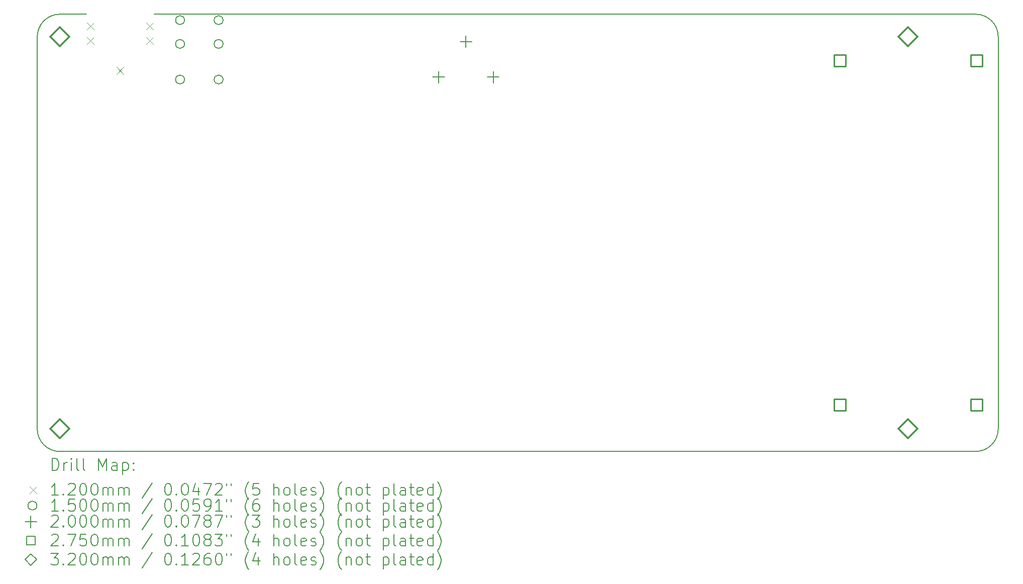
<source format=gbr>
%TF.GenerationSoftware,KiCad,Pcbnew,6.0.10-86aedd382b~118~ubuntu18.04.1*%
%TF.CreationDate,2025-05-01T16:39:26+01:00*%
%TF.ProjectId,tangnano20k_dock,74616e67-6e61-46e6-9f32-306b5f646f63,rev?*%
%TF.SameCoordinates,Original*%
%TF.FileFunction,Drillmap*%
%TF.FilePolarity,Positive*%
%FSLAX45Y45*%
G04 Gerber Fmt 4.5, Leading zero omitted, Abs format (unit mm)*
G04 Created by KiCad (PCBNEW 6.0.10-86aedd382b~118~ubuntu18.04.1) date 2025-05-01 16:39:26*
%MOMM*%
%LPD*%
G01*
G04 APERTURE LIST*
%ADD10C,0.150000*%
%ADD11C,0.200000*%
%ADD12C,0.120000*%
%ADD13C,0.275000*%
%ADD14C,0.320000*%
G04 APERTURE END LIST*
D10*
X7683500Y-4952500D02*
G75*
G03*
X7302500Y-5333500I0J-381000D01*
G01*
X9271000Y-4952500D02*
X23114000Y-4952500D01*
X23114000Y-12318500D02*
X7683500Y-12319000D01*
X23114000Y-12318500D02*
G75*
G03*
X23495000Y-11937500I0J381000D01*
G01*
X7302500Y-5333500D02*
X7302500Y-11937500D01*
X23495000Y-5333500D02*
G75*
G03*
X23114000Y-4952500I-381000J0D01*
G01*
X23495000Y-11937500D02*
X23495000Y-5333500D01*
X7683500Y-4952500D02*
X8128000Y-4952500D01*
X7302500Y-11937500D02*
G75*
G03*
X7683500Y-12319000I381500J0D01*
G01*
D11*
D12*
X8139500Y-5092500D02*
X8259500Y-5212500D01*
X8259500Y-5092500D02*
X8139500Y-5212500D01*
X8139500Y-5342500D02*
X8259500Y-5462500D01*
X8259500Y-5342500D02*
X8139500Y-5462500D01*
X8639500Y-5842500D02*
X8759500Y-5962500D01*
X8759500Y-5842500D02*
X8639500Y-5962500D01*
X9139500Y-5092500D02*
X9259500Y-5212500D01*
X9259500Y-5092500D02*
X9139500Y-5212500D01*
X9139500Y-5342500D02*
X9259500Y-5462500D01*
X9259500Y-5342500D02*
X9139500Y-5462500D01*
D10*
X9783000Y-5052500D02*
G75*
G03*
X9783000Y-5052500I-75000J0D01*
G01*
X9783000Y-5452500D02*
G75*
G03*
X9783000Y-5452500I-75000J0D01*
G01*
X9783000Y-6052500D02*
G75*
G03*
X9783000Y-6052500I-75000J0D01*
G01*
X10433000Y-5052500D02*
G75*
G03*
X10433000Y-5052500I-75000J0D01*
G01*
X10433000Y-5452500D02*
G75*
G03*
X10433000Y-5452500I-75000J0D01*
G01*
X10433000Y-6052500D02*
G75*
G03*
X10433000Y-6052500I-75000J0D01*
G01*
D11*
X14066000Y-5912500D02*
X14066000Y-6112500D01*
X13966000Y-6012500D02*
X14166000Y-6012500D01*
X14526000Y-5312500D02*
X14526000Y-5512500D01*
X14426000Y-5412500D02*
X14626000Y-5412500D01*
X14986000Y-5912500D02*
X14986000Y-6112500D01*
X14886000Y-6012500D02*
X15086000Y-6012500D01*
D13*
X20925228Y-5832728D02*
X20925228Y-5638272D01*
X20730772Y-5638272D01*
X20730772Y-5832728D01*
X20925228Y-5832728D01*
X20925228Y-11632728D02*
X20925228Y-11438272D01*
X20730772Y-11438272D01*
X20730772Y-11632728D01*
X20925228Y-11632728D01*
X23225228Y-5832728D02*
X23225228Y-5638272D01*
X23030772Y-5638272D01*
X23030772Y-5832728D01*
X23225228Y-5832728D01*
X23225228Y-11632728D02*
X23225228Y-11438272D01*
X23030772Y-11438272D01*
X23030772Y-11632728D01*
X23225228Y-11632728D01*
D14*
X7683500Y-5493500D02*
X7843500Y-5333500D01*
X7683500Y-5173500D01*
X7523500Y-5333500D01*
X7683500Y-5493500D01*
X7683500Y-12097500D02*
X7843500Y-11937500D01*
X7683500Y-11777500D01*
X7523500Y-11937500D01*
X7683500Y-12097500D01*
X21971000Y-5493500D02*
X22131000Y-5333500D01*
X21971000Y-5173500D01*
X21811000Y-5333500D01*
X21971000Y-5493500D01*
X21971000Y-12097500D02*
X22131000Y-11937500D01*
X21971000Y-11777500D01*
X21811000Y-11937500D01*
X21971000Y-12097500D01*
D11*
X7552619Y-12636976D02*
X7552619Y-12436976D01*
X7600238Y-12436976D01*
X7628809Y-12446500D01*
X7647857Y-12465548D01*
X7657381Y-12484595D01*
X7666905Y-12522690D01*
X7666905Y-12551262D01*
X7657381Y-12589357D01*
X7647857Y-12608405D01*
X7628809Y-12627452D01*
X7600238Y-12636976D01*
X7552619Y-12636976D01*
X7752619Y-12636976D02*
X7752619Y-12503643D01*
X7752619Y-12541738D02*
X7762143Y-12522690D01*
X7771667Y-12513167D01*
X7790714Y-12503643D01*
X7809762Y-12503643D01*
X7876428Y-12636976D02*
X7876428Y-12503643D01*
X7876428Y-12436976D02*
X7866905Y-12446500D01*
X7876428Y-12456024D01*
X7885952Y-12446500D01*
X7876428Y-12436976D01*
X7876428Y-12456024D01*
X8000238Y-12636976D02*
X7981190Y-12627452D01*
X7971667Y-12608405D01*
X7971667Y-12436976D01*
X8105000Y-12636976D02*
X8085952Y-12627452D01*
X8076428Y-12608405D01*
X8076428Y-12436976D01*
X8333571Y-12636976D02*
X8333571Y-12436976D01*
X8400238Y-12579833D01*
X8466905Y-12436976D01*
X8466905Y-12636976D01*
X8647857Y-12636976D02*
X8647857Y-12532214D01*
X8638333Y-12513167D01*
X8619286Y-12503643D01*
X8581190Y-12503643D01*
X8562143Y-12513167D01*
X8647857Y-12627452D02*
X8628810Y-12636976D01*
X8581190Y-12636976D01*
X8562143Y-12627452D01*
X8552619Y-12608405D01*
X8552619Y-12589357D01*
X8562143Y-12570309D01*
X8581190Y-12560786D01*
X8628810Y-12560786D01*
X8647857Y-12551262D01*
X8743095Y-12503643D02*
X8743095Y-12703643D01*
X8743095Y-12513167D02*
X8762143Y-12503643D01*
X8800238Y-12503643D01*
X8819286Y-12513167D01*
X8828810Y-12522690D01*
X8838333Y-12541738D01*
X8838333Y-12598881D01*
X8828810Y-12617928D01*
X8819286Y-12627452D01*
X8800238Y-12636976D01*
X8762143Y-12636976D01*
X8743095Y-12627452D01*
X8924048Y-12617928D02*
X8933571Y-12627452D01*
X8924048Y-12636976D01*
X8914524Y-12627452D01*
X8924048Y-12617928D01*
X8924048Y-12636976D01*
X8924048Y-12513167D02*
X8933571Y-12522690D01*
X8924048Y-12532214D01*
X8914524Y-12522690D01*
X8924048Y-12513167D01*
X8924048Y-12532214D01*
D12*
X7175000Y-12906500D02*
X7295000Y-13026500D01*
X7295000Y-12906500D02*
X7175000Y-13026500D01*
D11*
X7657381Y-13056976D02*
X7543095Y-13056976D01*
X7600238Y-13056976D02*
X7600238Y-12856976D01*
X7581190Y-12885548D01*
X7562143Y-12904595D01*
X7543095Y-12914119D01*
X7743095Y-13037928D02*
X7752619Y-13047452D01*
X7743095Y-13056976D01*
X7733571Y-13047452D01*
X7743095Y-13037928D01*
X7743095Y-13056976D01*
X7828809Y-12876024D02*
X7838333Y-12866500D01*
X7857381Y-12856976D01*
X7905000Y-12856976D01*
X7924048Y-12866500D01*
X7933571Y-12876024D01*
X7943095Y-12895071D01*
X7943095Y-12914119D01*
X7933571Y-12942690D01*
X7819286Y-13056976D01*
X7943095Y-13056976D01*
X8066905Y-12856976D02*
X8085952Y-12856976D01*
X8105000Y-12866500D01*
X8114524Y-12876024D01*
X8124048Y-12895071D01*
X8133571Y-12933167D01*
X8133571Y-12980786D01*
X8124048Y-13018881D01*
X8114524Y-13037928D01*
X8105000Y-13047452D01*
X8085952Y-13056976D01*
X8066905Y-13056976D01*
X8047857Y-13047452D01*
X8038333Y-13037928D01*
X8028809Y-13018881D01*
X8019286Y-12980786D01*
X8019286Y-12933167D01*
X8028809Y-12895071D01*
X8038333Y-12876024D01*
X8047857Y-12866500D01*
X8066905Y-12856976D01*
X8257381Y-12856976D02*
X8276428Y-12856976D01*
X8295476Y-12866500D01*
X8305000Y-12876024D01*
X8314524Y-12895071D01*
X8324048Y-12933167D01*
X8324048Y-12980786D01*
X8314524Y-13018881D01*
X8305000Y-13037928D01*
X8295476Y-13047452D01*
X8276428Y-13056976D01*
X8257381Y-13056976D01*
X8238333Y-13047452D01*
X8228809Y-13037928D01*
X8219286Y-13018881D01*
X8209762Y-12980786D01*
X8209762Y-12933167D01*
X8219286Y-12895071D01*
X8228809Y-12876024D01*
X8238333Y-12866500D01*
X8257381Y-12856976D01*
X8409762Y-13056976D02*
X8409762Y-12923643D01*
X8409762Y-12942690D02*
X8419286Y-12933167D01*
X8438333Y-12923643D01*
X8466905Y-12923643D01*
X8485952Y-12933167D01*
X8495476Y-12952214D01*
X8495476Y-13056976D01*
X8495476Y-12952214D02*
X8505000Y-12933167D01*
X8524048Y-12923643D01*
X8552619Y-12923643D01*
X8571667Y-12933167D01*
X8581190Y-12952214D01*
X8581190Y-13056976D01*
X8676429Y-13056976D02*
X8676429Y-12923643D01*
X8676429Y-12942690D02*
X8685952Y-12933167D01*
X8705000Y-12923643D01*
X8733571Y-12923643D01*
X8752619Y-12933167D01*
X8762143Y-12952214D01*
X8762143Y-13056976D01*
X8762143Y-12952214D02*
X8771667Y-12933167D01*
X8790714Y-12923643D01*
X8819286Y-12923643D01*
X8838333Y-12933167D01*
X8847857Y-12952214D01*
X8847857Y-13056976D01*
X9238333Y-12847452D02*
X9066905Y-13104595D01*
X9495476Y-12856976D02*
X9514524Y-12856976D01*
X9533571Y-12866500D01*
X9543095Y-12876024D01*
X9552619Y-12895071D01*
X9562143Y-12933167D01*
X9562143Y-12980786D01*
X9552619Y-13018881D01*
X9543095Y-13037928D01*
X9533571Y-13047452D01*
X9514524Y-13056976D01*
X9495476Y-13056976D01*
X9476429Y-13047452D01*
X9466905Y-13037928D01*
X9457381Y-13018881D01*
X9447857Y-12980786D01*
X9447857Y-12933167D01*
X9457381Y-12895071D01*
X9466905Y-12876024D01*
X9476429Y-12866500D01*
X9495476Y-12856976D01*
X9647857Y-13037928D02*
X9657381Y-13047452D01*
X9647857Y-13056976D01*
X9638333Y-13047452D01*
X9647857Y-13037928D01*
X9647857Y-13056976D01*
X9781190Y-12856976D02*
X9800238Y-12856976D01*
X9819286Y-12866500D01*
X9828810Y-12876024D01*
X9838333Y-12895071D01*
X9847857Y-12933167D01*
X9847857Y-12980786D01*
X9838333Y-13018881D01*
X9828810Y-13037928D01*
X9819286Y-13047452D01*
X9800238Y-13056976D01*
X9781190Y-13056976D01*
X9762143Y-13047452D01*
X9752619Y-13037928D01*
X9743095Y-13018881D01*
X9733571Y-12980786D01*
X9733571Y-12933167D01*
X9743095Y-12895071D01*
X9752619Y-12876024D01*
X9762143Y-12866500D01*
X9781190Y-12856976D01*
X10019286Y-12923643D02*
X10019286Y-13056976D01*
X9971667Y-12847452D02*
X9924048Y-12990309D01*
X10047857Y-12990309D01*
X10105000Y-12856976D02*
X10238333Y-12856976D01*
X10152619Y-13056976D01*
X10305000Y-12876024D02*
X10314524Y-12866500D01*
X10333571Y-12856976D01*
X10381190Y-12856976D01*
X10400238Y-12866500D01*
X10409762Y-12876024D01*
X10419286Y-12895071D01*
X10419286Y-12914119D01*
X10409762Y-12942690D01*
X10295476Y-13056976D01*
X10419286Y-13056976D01*
X10495476Y-12856976D02*
X10495476Y-12895071D01*
X10571667Y-12856976D02*
X10571667Y-12895071D01*
X10866905Y-13133167D02*
X10857381Y-13123643D01*
X10838333Y-13095071D01*
X10828810Y-13076024D01*
X10819286Y-13047452D01*
X10809762Y-12999833D01*
X10809762Y-12961738D01*
X10819286Y-12914119D01*
X10828810Y-12885548D01*
X10838333Y-12866500D01*
X10857381Y-12837928D01*
X10866905Y-12828405D01*
X11038333Y-12856976D02*
X10943095Y-12856976D01*
X10933571Y-12952214D01*
X10943095Y-12942690D01*
X10962143Y-12933167D01*
X11009762Y-12933167D01*
X11028810Y-12942690D01*
X11038333Y-12952214D01*
X11047857Y-12971262D01*
X11047857Y-13018881D01*
X11038333Y-13037928D01*
X11028810Y-13047452D01*
X11009762Y-13056976D01*
X10962143Y-13056976D01*
X10943095Y-13047452D01*
X10933571Y-13037928D01*
X11285952Y-13056976D02*
X11285952Y-12856976D01*
X11371667Y-13056976D02*
X11371667Y-12952214D01*
X11362143Y-12933167D01*
X11343095Y-12923643D01*
X11314524Y-12923643D01*
X11295476Y-12933167D01*
X11285952Y-12942690D01*
X11495476Y-13056976D02*
X11476428Y-13047452D01*
X11466905Y-13037928D01*
X11457381Y-13018881D01*
X11457381Y-12961738D01*
X11466905Y-12942690D01*
X11476428Y-12933167D01*
X11495476Y-12923643D01*
X11524048Y-12923643D01*
X11543095Y-12933167D01*
X11552619Y-12942690D01*
X11562143Y-12961738D01*
X11562143Y-13018881D01*
X11552619Y-13037928D01*
X11543095Y-13047452D01*
X11524048Y-13056976D01*
X11495476Y-13056976D01*
X11676428Y-13056976D02*
X11657381Y-13047452D01*
X11647857Y-13028405D01*
X11647857Y-12856976D01*
X11828809Y-13047452D02*
X11809762Y-13056976D01*
X11771667Y-13056976D01*
X11752619Y-13047452D01*
X11743095Y-13028405D01*
X11743095Y-12952214D01*
X11752619Y-12933167D01*
X11771667Y-12923643D01*
X11809762Y-12923643D01*
X11828809Y-12933167D01*
X11838333Y-12952214D01*
X11838333Y-12971262D01*
X11743095Y-12990309D01*
X11914524Y-13047452D02*
X11933571Y-13056976D01*
X11971667Y-13056976D01*
X11990714Y-13047452D01*
X12000238Y-13028405D01*
X12000238Y-13018881D01*
X11990714Y-12999833D01*
X11971667Y-12990309D01*
X11943095Y-12990309D01*
X11924048Y-12980786D01*
X11914524Y-12961738D01*
X11914524Y-12952214D01*
X11924048Y-12933167D01*
X11943095Y-12923643D01*
X11971667Y-12923643D01*
X11990714Y-12933167D01*
X12066905Y-13133167D02*
X12076428Y-13123643D01*
X12095476Y-13095071D01*
X12105000Y-13076024D01*
X12114524Y-13047452D01*
X12124048Y-12999833D01*
X12124048Y-12961738D01*
X12114524Y-12914119D01*
X12105000Y-12885548D01*
X12095476Y-12866500D01*
X12076428Y-12837928D01*
X12066905Y-12828405D01*
X12428809Y-13133167D02*
X12419286Y-13123643D01*
X12400238Y-13095071D01*
X12390714Y-13076024D01*
X12381190Y-13047452D01*
X12371667Y-12999833D01*
X12371667Y-12961738D01*
X12381190Y-12914119D01*
X12390714Y-12885548D01*
X12400238Y-12866500D01*
X12419286Y-12837928D01*
X12428809Y-12828405D01*
X12505000Y-12923643D02*
X12505000Y-13056976D01*
X12505000Y-12942690D02*
X12514524Y-12933167D01*
X12533571Y-12923643D01*
X12562143Y-12923643D01*
X12581190Y-12933167D01*
X12590714Y-12952214D01*
X12590714Y-13056976D01*
X12714524Y-13056976D02*
X12695476Y-13047452D01*
X12685952Y-13037928D01*
X12676428Y-13018881D01*
X12676428Y-12961738D01*
X12685952Y-12942690D01*
X12695476Y-12933167D01*
X12714524Y-12923643D01*
X12743095Y-12923643D01*
X12762143Y-12933167D01*
X12771667Y-12942690D01*
X12781190Y-12961738D01*
X12781190Y-13018881D01*
X12771667Y-13037928D01*
X12762143Y-13047452D01*
X12743095Y-13056976D01*
X12714524Y-13056976D01*
X12838333Y-12923643D02*
X12914524Y-12923643D01*
X12866905Y-12856976D02*
X12866905Y-13028405D01*
X12876428Y-13047452D01*
X12895476Y-13056976D01*
X12914524Y-13056976D01*
X13133571Y-12923643D02*
X13133571Y-13123643D01*
X13133571Y-12933167D02*
X13152619Y-12923643D01*
X13190714Y-12923643D01*
X13209762Y-12933167D01*
X13219286Y-12942690D01*
X13228809Y-12961738D01*
X13228809Y-13018881D01*
X13219286Y-13037928D01*
X13209762Y-13047452D01*
X13190714Y-13056976D01*
X13152619Y-13056976D01*
X13133571Y-13047452D01*
X13343095Y-13056976D02*
X13324048Y-13047452D01*
X13314524Y-13028405D01*
X13314524Y-12856976D01*
X13505000Y-13056976D02*
X13505000Y-12952214D01*
X13495476Y-12933167D01*
X13476428Y-12923643D01*
X13438333Y-12923643D01*
X13419286Y-12933167D01*
X13505000Y-13047452D02*
X13485952Y-13056976D01*
X13438333Y-13056976D01*
X13419286Y-13047452D01*
X13409762Y-13028405D01*
X13409762Y-13009357D01*
X13419286Y-12990309D01*
X13438333Y-12980786D01*
X13485952Y-12980786D01*
X13505000Y-12971262D01*
X13571667Y-12923643D02*
X13647857Y-12923643D01*
X13600238Y-12856976D02*
X13600238Y-13028405D01*
X13609762Y-13047452D01*
X13628809Y-13056976D01*
X13647857Y-13056976D01*
X13790714Y-13047452D02*
X13771667Y-13056976D01*
X13733571Y-13056976D01*
X13714524Y-13047452D01*
X13705000Y-13028405D01*
X13705000Y-12952214D01*
X13714524Y-12933167D01*
X13733571Y-12923643D01*
X13771667Y-12923643D01*
X13790714Y-12933167D01*
X13800238Y-12952214D01*
X13800238Y-12971262D01*
X13705000Y-12990309D01*
X13971667Y-13056976D02*
X13971667Y-12856976D01*
X13971667Y-13047452D02*
X13952619Y-13056976D01*
X13914524Y-13056976D01*
X13895476Y-13047452D01*
X13885952Y-13037928D01*
X13876428Y-13018881D01*
X13876428Y-12961738D01*
X13885952Y-12942690D01*
X13895476Y-12933167D01*
X13914524Y-12923643D01*
X13952619Y-12923643D01*
X13971667Y-12933167D01*
X14047857Y-13133167D02*
X14057381Y-13123643D01*
X14076428Y-13095071D01*
X14085952Y-13076024D01*
X14095476Y-13047452D01*
X14105000Y-12999833D01*
X14105000Y-12961738D01*
X14095476Y-12914119D01*
X14085952Y-12885548D01*
X14076428Y-12866500D01*
X14057381Y-12837928D01*
X14047857Y-12828405D01*
D10*
X7295000Y-13230500D02*
G75*
G03*
X7295000Y-13230500I-75000J0D01*
G01*
D11*
X7657381Y-13320976D02*
X7543095Y-13320976D01*
X7600238Y-13320976D02*
X7600238Y-13120976D01*
X7581190Y-13149548D01*
X7562143Y-13168595D01*
X7543095Y-13178119D01*
X7743095Y-13301928D02*
X7752619Y-13311452D01*
X7743095Y-13320976D01*
X7733571Y-13311452D01*
X7743095Y-13301928D01*
X7743095Y-13320976D01*
X7933571Y-13120976D02*
X7838333Y-13120976D01*
X7828809Y-13216214D01*
X7838333Y-13206690D01*
X7857381Y-13197167D01*
X7905000Y-13197167D01*
X7924048Y-13206690D01*
X7933571Y-13216214D01*
X7943095Y-13235262D01*
X7943095Y-13282881D01*
X7933571Y-13301928D01*
X7924048Y-13311452D01*
X7905000Y-13320976D01*
X7857381Y-13320976D01*
X7838333Y-13311452D01*
X7828809Y-13301928D01*
X8066905Y-13120976D02*
X8085952Y-13120976D01*
X8105000Y-13130500D01*
X8114524Y-13140024D01*
X8124048Y-13159071D01*
X8133571Y-13197167D01*
X8133571Y-13244786D01*
X8124048Y-13282881D01*
X8114524Y-13301928D01*
X8105000Y-13311452D01*
X8085952Y-13320976D01*
X8066905Y-13320976D01*
X8047857Y-13311452D01*
X8038333Y-13301928D01*
X8028809Y-13282881D01*
X8019286Y-13244786D01*
X8019286Y-13197167D01*
X8028809Y-13159071D01*
X8038333Y-13140024D01*
X8047857Y-13130500D01*
X8066905Y-13120976D01*
X8257381Y-13120976D02*
X8276428Y-13120976D01*
X8295476Y-13130500D01*
X8305000Y-13140024D01*
X8314524Y-13159071D01*
X8324048Y-13197167D01*
X8324048Y-13244786D01*
X8314524Y-13282881D01*
X8305000Y-13301928D01*
X8295476Y-13311452D01*
X8276428Y-13320976D01*
X8257381Y-13320976D01*
X8238333Y-13311452D01*
X8228809Y-13301928D01*
X8219286Y-13282881D01*
X8209762Y-13244786D01*
X8209762Y-13197167D01*
X8219286Y-13159071D01*
X8228809Y-13140024D01*
X8238333Y-13130500D01*
X8257381Y-13120976D01*
X8409762Y-13320976D02*
X8409762Y-13187643D01*
X8409762Y-13206690D02*
X8419286Y-13197167D01*
X8438333Y-13187643D01*
X8466905Y-13187643D01*
X8485952Y-13197167D01*
X8495476Y-13216214D01*
X8495476Y-13320976D01*
X8495476Y-13216214D02*
X8505000Y-13197167D01*
X8524048Y-13187643D01*
X8552619Y-13187643D01*
X8571667Y-13197167D01*
X8581190Y-13216214D01*
X8581190Y-13320976D01*
X8676429Y-13320976D02*
X8676429Y-13187643D01*
X8676429Y-13206690D02*
X8685952Y-13197167D01*
X8705000Y-13187643D01*
X8733571Y-13187643D01*
X8752619Y-13197167D01*
X8762143Y-13216214D01*
X8762143Y-13320976D01*
X8762143Y-13216214D02*
X8771667Y-13197167D01*
X8790714Y-13187643D01*
X8819286Y-13187643D01*
X8838333Y-13197167D01*
X8847857Y-13216214D01*
X8847857Y-13320976D01*
X9238333Y-13111452D02*
X9066905Y-13368595D01*
X9495476Y-13120976D02*
X9514524Y-13120976D01*
X9533571Y-13130500D01*
X9543095Y-13140024D01*
X9552619Y-13159071D01*
X9562143Y-13197167D01*
X9562143Y-13244786D01*
X9552619Y-13282881D01*
X9543095Y-13301928D01*
X9533571Y-13311452D01*
X9514524Y-13320976D01*
X9495476Y-13320976D01*
X9476429Y-13311452D01*
X9466905Y-13301928D01*
X9457381Y-13282881D01*
X9447857Y-13244786D01*
X9447857Y-13197167D01*
X9457381Y-13159071D01*
X9466905Y-13140024D01*
X9476429Y-13130500D01*
X9495476Y-13120976D01*
X9647857Y-13301928D02*
X9657381Y-13311452D01*
X9647857Y-13320976D01*
X9638333Y-13311452D01*
X9647857Y-13301928D01*
X9647857Y-13320976D01*
X9781190Y-13120976D02*
X9800238Y-13120976D01*
X9819286Y-13130500D01*
X9828810Y-13140024D01*
X9838333Y-13159071D01*
X9847857Y-13197167D01*
X9847857Y-13244786D01*
X9838333Y-13282881D01*
X9828810Y-13301928D01*
X9819286Y-13311452D01*
X9800238Y-13320976D01*
X9781190Y-13320976D01*
X9762143Y-13311452D01*
X9752619Y-13301928D01*
X9743095Y-13282881D01*
X9733571Y-13244786D01*
X9733571Y-13197167D01*
X9743095Y-13159071D01*
X9752619Y-13140024D01*
X9762143Y-13130500D01*
X9781190Y-13120976D01*
X10028810Y-13120976D02*
X9933571Y-13120976D01*
X9924048Y-13216214D01*
X9933571Y-13206690D01*
X9952619Y-13197167D01*
X10000238Y-13197167D01*
X10019286Y-13206690D01*
X10028810Y-13216214D01*
X10038333Y-13235262D01*
X10038333Y-13282881D01*
X10028810Y-13301928D01*
X10019286Y-13311452D01*
X10000238Y-13320976D01*
X9952619Y-13320976D01*
X9933571Y-13311452D01*
X9924048Y-13301928D01*
X10133571Y-13320976D02*
X10171667Y-13320976D01*
X10190714Y-13311452D01*
X10200238Y-13301928D01*
X10219286Y-13273357D01*
X10228810Y-13235262D01*
X10228810Y-13159071D01*
X10219286Y-13140024D01*
X10209762Y-13130500D01*
X10190714Y-13120976D01*
X10152619Y-13120976D01*
X10133571Y-13130500D01*
X10124048Y-13140024D01*
X10114524Y-13159071D01*
X10114524Y-13206690D01*
X10124048Y-13225738D01*
X10133571Y-13235262D01*
X10152619Y-13244786D01*
X10190714Y-13244786D01*
X10209762Y-13235262D01*
X10219286Y-13225738D01*
X10228810Y-13206690D01*
X10419286Y-13320976D02*
X10305000Y-13320976D01*
X10362143Y-13320976D02*
X10362143Y-13120976D01*
X10343095Y-13149548D01*
X10324048Y-13168595D01*
X10305000Y-13178119D01*
X10495476Y-13120976D02*
X10495476Y-13159071D01*
X10571667Y-13120976D02*
X10571667Y-13159071D01*
X10866905Y-13397167D02*
X10857381Y-13387643D01*
X10838333Y-13359071D01*
X10828810Y-13340024D01*
X10819286Y-13311452D01*
X10809762Y-13263833D01*
X10809762Y-13225738D01*
X10819286Y-13178119D01*
X10828810Y-13149548D01*
X10838333Y-13130500D01*
X10857381Y-13101928D01*
X10866905Y-13092405D01*
X11028810Y-13120976D02*
X10990714Y-13120976D01*
X10971667Y-13130500D01*
X10962143Y-13140024D01*
X10943095Y-13168595D01*
X10933571Y-13206690D01*
X10933571Y-13282881D01*
X10943095Y-13301928D01*
X10952619Y-13311452D01*
X10971667Y-13320976D01*
X11009762Y-13320976D01*
X11028810Y-13311452D01*
X11038333Y-13301928D01*
X11047857Y-13282881D01*
X11047857Y-13235262D01*
X11038333Y-13216214D01*
X11028810Y-13206690D01*
X11009762Y-13197167D01*
X10971667Y-13197167D01*
X10952619Y-13206690D01*
X10943095Y-13216214D01*
X10933571Y-13235262D01*
X11285952Y-13320976D02*
X11285952Y-13120976D01*
X11371667Y-13320976D02*
X11371667Y-13216214D01*
X11362143Y-13197167D01*
X11343095Y-13187643D01*
X11314524Y-13187643D01*
X11295476Y-13197167D01*
X11285952Y-13206690D01*
X11495476Y-13320976D02*
X11476428Y-13311452D01*
X11466905Y-13301928D01*
X11457381Y-13282881D01*
X11457381Y-13225738D01*
X11466905Y-13206690D01*
X11476428Y-13197167D01*
X11495476Y-13187643D01*
X11524048Y-13187643D01*
X11543095Y-13197167D01*
X11552619Y-13206690D01*
X11562143Y-13225738D01*
X11562143Y-13282881D01*
X11552619Y-13301928D01*
X11543095Y-13311452D01*
X11524048Y-13320976D01*
X11495476Y-13320976D01*
X11676428Y-13320976D02*
X11657381Y-13311452D01*
X11647857Y-13292405D01*
X11647857Y-13120976D01*
X11828809Y-13311452D02*
X11809762Y-13320976D01*
X11771667Y-13320976D01*
X11752619Y-13311452D01*
X11743095Y-13292405D01*
X11743095Y-13216214D01*
X11752619Y-13197167D01*
X11771667Y-13187643D01*
X11809762Y-13187643D01*
X11828809Y-13197167D01*
X11838333Y-13216214D01*
X11838333Y-13235262D01*
X11743095Y-13254309D01*
X11914524Y-13311452D02*
X11933571Y-13320976D01*
X11971667Y-13320976D01*
X11990714Y-13311452D01*
X12000238Y-13292405D01*
X12000238Y-13282881D01*
X11990714Y-13263833D01*
X11971667Y-13254309D01*
X11943095Y-13254309D01*
X11924048Y-13244786D01*
X11914524Y-13225738D01*
X11914524Y-13216214D01*
X11924048Y-13197167D01*
X11943095Y-13187643D01*
X11971667Y-13187643D01*
X11990714Y-13197167D01*
X12066905Y-13397167D02*
X12076428Y-13387643D01*
X12095476Y-13359071D01*
X12105000Y-13340024D01*
X12114524Y-13311452D01*
X12124048Y-13263833D01*
X12124048Y-13225738D01*
X12114524Y-13178119D01*
X12105000Y-13149548D01*
X12095476Y-13130500D01*
X12076428Y-13101928D01*
X12066905Y-13092405D01*
X12428809Y-13397167D02*
X12419286Y-13387643D01*
X12400238Y-13359071D01*
X12390714Y-13340024D01*
X12381190Y-13311452D01*
X12371667Y-13263833D01*
X12371667Y-13225738D01*
X12381190Y-13178119D01*
X12390714Y-13149548D01*
X12400238Y-13130500D01*
X12419286Y-13101928D01*
X12428809Y-13092405D01*
X12505000Y-13187643D02*
X12505000Y-13320976D01*
X12505000Y-13206690D02*
X12514524Y-13197167D01*
X12533571Y-13187643D01*
X12562143Y-13187643D01*
X12581190Y-13197167D01*
X12590714Y-13216214D01*
X12590714Y-13320976D01*
X12714524Y-13320976D02*
X12695476Y-13311452D01*
X12685952Y-13301928D01*
X12676428Y-13282881D01*
X12676428Y-13225738D01*
X12685952Y-13206690D01*
X12695476Y-13197167D01*
X12714524Y-13187643D01*
X12743095Y-13187643D01*
X12762143Y-13197167D01*
X12771667Y-13206690D01*
X12781190Y-13225738D01*
X12781190Y-13282881D01*
X12771667Y-13301928D01*
X12762143Y-13311452D01*
X12743095Y-13320976D01*
X12714524Y-13320976D01*
X12838333Y-13187643D02*
X12914524Y-13187643D01*
X12866905Y-13120976D02*
X12866905Y-13292405D01*
X12876428Y-13311452D01*
X12895476Y-13320976D01*
X12914524Y-13320976D01*
X13133571Y-13187643D02*
X13133571Y-13387643D01*
X13133571Y-13197167D02*
X13152619Y-13187643D01*
X13190714Y-13187643D01*
X13209762Y-13197167D01*
X13219286Y-13206690D01*
X13228809Y-13225738D01*
X13228809Y-13282881D01*
X13219286Y-13301928D01*
X13209762Y-13311452D01*
X13190714Y-13320976D01*
X13152619Y-13320976D01*
X13133571Y-13311452D01*
X13343095Y-13320976D02*
X13324048Y-13311452D01*
X13314524Y-13292405D01*
X13314524Y-13120976D01*
X13505000Y-13320976D02*
X13505000Y-13216214D01*
X13495476Y-13197167D01*
X13476428Y-13187643D01*
X13438333Y-13187643D01*
X13419286Y-13197167D01*
X13505000Y-13311452D02*
X13485952Y-13320976D01*
X13438333Y-13320976D01*
X13419286Y-13311452D01*
X13409762Y-13292405D01*
X13409762Y-13273357D01*
X13419286Y-13254309D01*
X13438333Y-13244786D01*
X13485952Y-13244786D01*
X13505000Y-13235262D01*
X13571667Y-13187643D02*
X13647857Y-13187643D01*
X13600238Y-13120976D02*
X13600238Y-13292405D01*
X13609762Y-13311452D01*
X13628809Y-13320976D01*
X13647857Y-13320976D01*
X13790714Y-13311452D02*
X13771667Y-13320976D01*
X13733571Y-13320976D01*
X13714524Y-13311452D01*
X13705000Y-13292405D01*
X13705000Y-13216214D01*
X13714524Y-13197167D01*
X13733571Y-13187643D01*
X13771667Y-13187643D01*
X13790714Y-13197167D01*
X13800238Y-13216214D01*
X13800238Y-13235262D01*
X13705000Y-13254309D01*
X13971667Y-13320976D02*
X13971667Y-13120976D01*
X13971667Y-13311452D02*
X13952619Y-13320976D01*
X13914524Y-13320976D01*
X13895476Y-13311452D01*
X13885952Y-13301928D01*
X13876428Y-13282881D01*
X13876428Y-13225738D01*
X13885952Y-13206690D01*
X13895476Y-13197167D01*
X13914524Y-13187643D01*
X13952619Y-13187643D01*
X13971667Y-13197167D01*
X14047857Y-13397167D02*
X14057381Y-13387643D01*
X14076428Y-13359071D01*
X14085952Y-13340024D01*
X14095476Y-13311452D01*
X14105000Y-13263833D01*
X14105000Y-13225738D01*
X14095476Y-13178119D01*
X14085952Y-13149548D01*
X14076428Y-13130500D01*
X14057381Y-13101928D01*
X14047857Y-13092405D01*
X7195000Y-13400500D02*
X7195000Y-13600500D01*
X7095000Y-13500500D02*
X7295000Y-13500500D01*
X7543095Y-13410024D02*
X7552619Y-13400500D01*
X7571667Y-13390976D01*
X7619286Y-13390976D01*
X7638333Y-13400500D01*
X7647857Y-13410024D01*
X7657381Y-13429071D01*
X7657381Y-13448119D01*
X7647857Y-13476690D01*
X7533571Y-13590976D01*
X7657381Y-13590976D01*
X7743095Y-13571928D02*
X7752619Y-13581452D01*
X7743095Y-13590976D01*
X7733571Y-13581452D01*
X7743095Y-13571928D01*
X7743095Y-13590976D01*
X7876428Y-13390976D02*
X7895476Y-13390976D01*
X7914524Y-13400500D01*
X7924048Y-13410024D01*
X7933571Y-13429071D01*
X7943095Y-13467167D01*
X7943095Y-13514786D01*
X7933571Y-13552881D01*
X7924048Y-13571928D01*
X7914524Y-13581452D01*
X7895476Y-13590976D01*
X7876428Y-13590976D01*
X7857381Y-13581452D01*
X7847857Y-13571928D01*
X7838333Y-13552881D01*
X7828809Y-13514786D01*
X7828809Y-13467167D01*
X7838333Y-13429071D01*
X7847857Y-13410024D01*
X7857381Y-13400500D01*
X7876428Y-13390976D01*
X8066905Y-13390976D02*
X8085952Y-13390976D01*
X8105000Y-13400500D01*
X8114524Y-13410024D01*
X8124048Y-13429071D01*
X8133571Y-13467167D01*
X8133571Y-13514786D01*
X8124048Y-13552881D01*
X8114524Y-13571928D01*
X8105000Y-13581452D01*
X8085952Y-13590976D01*
X8066905Y-13590976D01*
X8047857Y-13581452D01*
X8038333Y-13571928D01*
X8028809Y-13552881D01*
X8019286Y-13514786D01*
X8019286Y-13467167D01*
X8028809Y-13429071D01*
X8038333Y-13410024D01*
X8047857Y-13400500D01*
X8066905Y-13390976D01*
X8257381Y-13390976D02*
X8276428Y-13390976D01*
X8295476Y-13400500D01*
X8305000Y-13410024D01*
X8314524Y-13429071D01*
X8324048Y-13467167D01*
X8324048Y-13514786D01*
X8314524Y-13552881D01*
X8305000Y-13571928D01*
X8295476Y-13581452D01*
X8276428Y-13590976D01*
X8257381Y-13590976D01*
X8238333Y-13581452D01*
X8228809Y-13571928D01*
X8219286Y-13552881D01*
X8209762Y-13514786D01*
X8209762Y-13467167D01*
X8219286Y-13429071D01*
X8228809Y-13410024D01*
X8238333Y-13400500D01*
X8257381Y-13390976D01*
X8409762Y-13590976D02*
X8409762Y-13457643D01*
X8409762Y-13476690D02*
X8419286Y-13467167D01*
X8438333Y-13457643D01*
X8466905Y-13457643D01*
X8485952Y-13467167D01*
X8495476Y-13486214D01*
X8495476Y-13590976D01*
X8495476Y-13486214D02*
X8505000Y-13467167D01*
X8524048Y-13457643D01*
X8552619Y-13457643D01*
X8571667Y-13467167D01*
X8581190Y-13486214D01*
X8581190Y-13590976D01*
X8676429Y-13590976D02*
X8676429Y-13457643D01*
X8676429Y-13476690D02*
X8685952Y-13467167D01*
X8705000Y-13457643D01*
X8733571Y-13457643D01*
X8752619Y-13467167D01*
X8762143Y-13486214D01*
X8762143Y-13590976D01*
X8762143Y-13486214D02*
X8771667Y-13467167D01*
X8790714Y-13457643D01*
X8819286Y-13457643D01*
X8838333Y-13467167D01*
X8847857Y-13486214D01*
X8847857Y-13590976D01*
X9238333Y-13381452D02*
X9066905Y-13638595D01*
X9495476Y-13390976D02*
X9514524Y-13390976D01*
X9533571Y-13400500D01*
X9543095Y-13410024D01*
X9552619Y-13429071D01*
X9562143Y-13467167D01*
X9562143Y-13514786D01*
X9552619Y-13552881D01*
X9543095Y-13571928D01*
X9533571Y-13581452D01*
X9514524Y-13590976D01*
X9495476Y-13590976D01*
X9476429Y-13581452D01*
X9466905Y-13571928D01*
X9457381Y-13552881D01*
X9447857Y-13514786D01*
X9447857Y-13467167D01*
X9457381Y-13429071D01*
X9466905Y-13410024D01*
X9476429Y-13400500D01*
X9495476Y-13390976D01*
X9647857Y-13571928D02*
X9657381Y-13581452D01*
X9647857Y-13590976D01*
X9638333Y-13581452D01*
X9647857Y-13571928D01*
X9647857Y-13590976D01*
X9781190Y-13390976D02*
X9800238Y-13390976D01*
X9819286Y-13400500D01*
X9828810Y-13410024D01*
X9838333Y-13429071D01*
X9847857Y-13467167D01*
X9847857Y-13514786D01*
X9838333Y-13552881D01*
X9828810Y-13571928D01*
X9819286Y-13581452D01*
X9800238Y-13590976D01*
X9781190Y-13590976D01*
X9762143Y-13581452D01*
X9752619Y-13571928D01*
X9743095Y-13552881D01*
X9733571Y-13514786D01*
X9733571Y-13467167D01*
X9743095Y-13429071D01*
X9752619Y-13410024D01*
X9762143Y-13400500D01*
X9781190Y-13390976D01*
X9914524Y-13390976D02*
X10047857Y-13390976D01*
X9962143Y-13590976D01*
X10152619Y-13476690D02*
X10133571Y-13467167D01*
X10124048Y-13457643D01*
X10114524Y-13438595D01*
X10114524Y-13429071D01*
X10124048Y-13410024D01*
X10133571Y-13400500D01*
X10152619Y-13390976D01*
X10190714Y-13390976D01*
X10209762Y-13400500D01*
X10219286Y-13410024D01*
X10228810Y-13429071D01*
X10228810Y-13438595D01*
X10219286Y-13457643D01*
X10209762Y-13467167D01*
X10190714Y-13476690D01*
X10152619Y-13476690D01*
X10133571Y-13486214D01*
X10124048Y-13495738D01*
X10114524Y-13514786D01*
X10114524Y-13552881D01*
X10124048Y-13571928D01*
X10133571Y-13581452D01*
X10152619Y-13590976D01*
X10190714Y-13590976D01*
X10209762Y-13581452D01*
X10219286Y-13571928D01*
X10228810Y-13552881D01*
X10228810Y-13514786D01*
X10219286Y-13495738D01*
X10209762Y-13486214D01*
X10190714Y-13476690D01*
X10295476Y-13390976D02*
X10428810Y-13390976D01*
X10343095Y-13590976D01*
X10495476Y-13390976D02*
X10495476Y-13429071D01*
X10571667Y-13390976D02*
X10571667Y-13429071D01*
X10866905Y-13667167D02*
X10857381Y-13657643D01*
X10838333Y-13629071D01*
X10828810Y-13610024D01*
X10819286Y-13581452D01*
X10809762Y-13533833D01*
X10809762Y-13495738D01*
X10819286Y-13448119D01*
X10828810Y-13419548D01*
X10838333Y-13400500D01*
X10857381Y-13371928D01*
X10866905Y-13362405D01*
X10924048Y-13390976D02*
X11047857Y-13390976D01*
X10981190Y-13467167D01*
X11009762Y-13467167D01*
X11028810Y-13476690D01*
X11038333Y-13486214D01*
X11047857Y-13505262D01*
X11047857Y-13552881D01*
X11038333Y-13571928D01*
X11028810Y-13581452D01*
X11009762Y-13590976D01*
X10952619Y-13590976D01*
X10933571Y-13581452D01*
X10924048Y-13571928D01*
X11285952Y-13590976D02*
X11285952Y-13390976D01*
X11371667Y-13590976D02*
X11371667Y-13486214D01*
X11362143Y-13467167D01*
X11343095Y-13457643D01*
X11314524Y-13457643D01*
X11295476Y-13467167D01*
X11285952Y-13476690D01*
X11495476Y-13590976D02*
X11476428Y-13581452D01*
X11466905Y-13571928D01*
X11457381Y-13552881D01*
X11457381Y-13495738D01*
X11466905Y-13476690D01*
X11476428Y-13467167D01*
X11495476Y-13457643D01*
X11524048Y-13457643D01*
X11543095Y-13467167D01*
X11552619Y-13476690D01*
X11562143Y-13495738D01*
X11562143Y-13552881D01*
X11552619Y-13571928D01*
X11543095Y-13581452D01*
X11524048Y-13590976D01*
X11495476Y-13590976D01*
X11676428Y-13590976D02*
X11657381Y-13581452D01*
X11647857Y-13562405D01*
X11647857Y-13390976D01*
X11828809Y-13581452D02*
X11809762Y-13590976D01*
X11771667Y-13590976D01*
X11752619Y-13581452D01*
X11743095Y-13562405D01*
X11743095Y-13486214D01*
X11752619Y-13467167D01*
X11771667Y-13457643D01*
X11809762Y-13457643D01*
X11828809Y-13467167D01*
X11838333Y-13486214D01*
X11838333Y-13505262D01*
X11743095Y-13524309D01*
X11914524Y-13581452D02*
X11933571Y-13590976D01*
X11971667Y-13590976D01*
X11990714Y-13581452D01*
X12000238Y-13562405D01*
X12000238Y-13552881D01*
X11990714Y-13533833D01*
X11971667Y-13524309D01*
X11943095Y-13524309D01*
X11924048Y-13514786D01*
X11914524Y-13495738D01*
X11914524Y-13486214D01*
X11924048Y-13467167D01*
X11943095Y-13457643D01*
X11971667Y-13457643D01*
X11990714Y-13467167D01*
X12066905Y-13667167D02*
X12076428Y-13657643D01*
X12095476Y-13629071D01*
X12105000Y-13610024D01*
X12114524Y-13581452D01*
X12124048Y-13533833D01*
X12124048Y-13495738D01*
X12114524Y-13448119D01*
X12105000Y-13419548D01*
X12095476Y-13400500D01*
X12076428Y-13371928D01*
X12066905Y-13362405D01*
X12428809Y-13667167D02*
X12419286Y-13657643D01*
X12400238Y-13629071D01*
X12390714Y-13610024D01*
X12381190Y-13581452D01*
X12371667Y-13533833D01*
X12371667Y-13495738D01*
X12381190Y-13448119D01*
X12390714Y-13419548D01*
X12400238Y-13400500D01*
X12419286Y-13371928D01*
X12428809Y-13362405D01*
X12505000Y-13457643D02*
X12505000Y-13590976D01*
X12505000Y-13476690D02*
X12514524Y-13467167D01*
X12533571Y-13457643D01*
X12562143Y-13457643D01*
X12581190Y-13467167D01*
X12590714Y-13486214D01*
X12590714Y-13590976D01*
X12714524Y-13590976D02*
X12695476Y-13581452D01*
X12685952Y-13571928D01*
X12676428Y-13552881D01*
X12676428Y-13495738D01*
X12685952Y-13476690D01*
X12695476Y-13467167D01*
X12714524Y-13457643D01*
X12743095Y-13457643D01*
X12762143Y-13467167D01*
X12771667Y-13476690D01*
X12781190Y-13495738D01*
X12781190Y-13552881D01*
X12771667Y-13571928D01*
X12762143Y-13581452D01*
X12743095Y-13590976D01*
X12714524Y-13590976D01*
X12838333Y-13457643D02*
X12914524Y-13457643D01*
X12866905Y-13390976D02*
X12866905Y-13562405D01*
X12876428Y-13581452D01*
X12895476Y-13590976D01*
X12914524Y-13590976D01*
X13133571Y-13457643D02*
X13133571Y-13657643D01*
X13133571Y-13467167D02*
X13152619Y-13457643D01*
X13190714Y-13457643D01*
X13209762Y-13467167D01*
X13219286Y-13476690D01*
X13228809Y-13495738D01*
X13228809Y-13552881D01*
X13219286Y-13571928D01*
X13209762Y-13581452D01*
X13190714Y-13590976D01*
X13152619Y-13590976D01*
X13133571Y-13581452D01*
X13343095Y-13590976D02*
X13324048Y-13581452D01*
X13314524Y-13562405D01*
X13314524Y-13390976D01*
X13505000Y-13590976D02*
X13505000Y-13486214D01*
X13495476Y-13467167D01*
X13476428Y-13457643D01*
X13438333Y-13457643D01*
X13419286Y-13467167D01*
X13505000Y-13581452D02*
X13485952Y-13590976D01*
X13438333Y-13590976D01*
X13419286Y-13581452D01*
X13409762Y-13562405D01*
X13409762Y-13543357D01*
X13419286Y-13524309D01*
X13438333Y-13514786D01*
X13485952Y-13514786D01*
X13505000Y-13505262D01*
X13571667Y-13457643D02*
X13647857Y-13457643D01*
X13600238Y-13390976D02*
X13600238Y-13562405D01*
X13609762Y-13581452D01*
X13628809Y-13590976D01*
X13647857Y-13590976D01*
X13790714Y-13581452D02*
X13771667Y-13590976D01*
X13733571Y-13590976D01*
X13714524Y-13581452D01*
X13705000Y-13562405D01*
X13705000Y-13486214D01*
X13714524Y-13467167D01*
X13733571Y-13457643D01*
X13771667Y-13457643D01*
X13790714Y-13467167D01*
X13800238Y-13486214D01*
X13800238Y-13505262D01*
X13705000Y-13524309D01*
X13971667Y-13590976D02*
X13971667Y-13390976D01*
X13971667Y-13581452D02*
X13952619Y-13590976D01*
X13914524Y-13590976D01*
X13895476Y-13581452D01*
X13885952Y-13571928D01*
X13876428Y-13552881D01*
X13876428Y-13495738D01*
X13885952Y-13476690D01*
X13895476Y-13467167D01*
X13914524Y-13457643D01*
X13952619Y-13457643D01*
X13971667Y-13467167D01*
X14047857Y-13667167D02*
X14057381Y-13657643D01*
X14076428Y-13629071D01*
X14085952Y-13610024D01*
X14095476Y-13581452D01*
X14105000Y-13533833D01*
X14105000Y-13495738D01*
X14095476Y-13448119D01*
X14085952Y-13419548D01*
X14076428Y-13400500D01*
X14057381Y-13371928D01*
X14047857Y-13362405D01*
X7265711Y-13891211D02*
X7265711Y-13749789D01*
X7124289Y-13749789D01*
X7124289Y-13891211D01*
X7265711Y-13891211D01*
X7543095Y-13730024D02*
X7552619Y-13720500D01*
X7571667Y-13710976D01*
X7619286Y-13710976D01*
X7638333Y-13720500D01*
X7647857Y-13730024D01*
X7657381Y-13749071D01*
X7657381Y-13768119D01*
X7647857Y-13796690D01*
X7533571Y-13910976D01*
X7657381Y-13910976D01*
X7743095Y-13891928D02*
X7752619Y-13901452D01*
X7743095Y-13910976D01*
X7733571Y-13901452D01*
X7743095Y-13891928D01*
X7743095Y-13910976D01*
X7819286Y-13710976D02*
X7952619Y-13710976D01*
X7866905Y-13910976D01*
X8124048Y-13710976D02*
X8028809Y-13710976D01*
X8019286Y-13806214D01*
X8028809Y-13796690D01*
X8047857Y-13787167D01*
X8095476Y-13787167D01*
X8114524Y-13796690D01*
X8124048Y-13806214D01*
X8133571Y-13825262D01*
X8133571Y-13872881D01*
X8124048Y-13891928D01*
X8114524Y-13901452D01*
X8095476Y-13910976D01*
X8047857Y-13910976D01*
X8028809Y-13901452D01*
X8019286Y-13891928D01*
X8257381Y-13710976D02*
X8276428Y-13710976D01*
X8295476Y-13720500D01*
X8305000Y-13730024D01*
X8314524Y-13749071D01*
X8324048Y-13787167D01*
X8324048Y-13834786D01*
X8314524Y-13872881D01*
X8305000Y-13891928D01*
X8295476Y-13901452D01*
X8276428Y-13910976D01*
X8257381Y-13910976D01*
X8238333Y-13901452D01*
X8228809Y-13891928D01*
X8219286Y-13872881D01*
X8209762Y-13834786D01*
X8209762Y-13787167D01*
X8219286Y-13749071D01*
X8228809Y-13730024D01*
X8238333Y-13720500D01*
X8257381Y-13710976D01*
X8409762Y-13910976D02*
X8409762Y-13777643D01*
X8409762Y-13796690D02*
X8419286Y-13787167D01*
X8438333Y-13777643D01*
X8466905Y-13777643D01*
X8485952Y-13787167D01*
X8495476Y-13806214D01*
X8495476Y-13910976D01*
X8495476Y-13806214D02*
X8505000Y-13787167D01*
X8524048Y-13777643D01*
X8552619Y-13777643D01*
X8571667Y-13787167D01*
X8581190Y-13806214D01*
X8581190Y-13910976D01*
X8676429Y-13910976D02*
X8676429Y-13777643D01*
X8676429Y-13796690D02*
X8685952Y-13787167D01*
X8705000Y-13777643D01*
X8733571Y-13777643D01*
X8752619Y-13787167D01*
X8762143Y-13806214D01*
X8762143Y-13910976D01*
X8762143Y-13806214D02*
X8771667Y-13787167D01*
X8790714Y-13777643D01*
X8819286Y-13777643D01*
X8838333Y-13787167D01*
X8847857Y-13806214D01*
X8847857Y-13910976D01*
X9238333Y-13701452D02*
X9066905Y-13958595D01*
X9495476Y-13710976D02*
X9514524Y-13710976D01*
X9533571Y-13720500D01*
X9543095Y-13730024D01*
X9552619Y-13749071D01*
X9562143Y-13787167D01*
X9562143Y-13834786D01*
X9552619Y-13872881D01*
X9543095Y-13891928D01*
X9533571Y-13901452D01*
X9514524Y-13910976D01*
X9495476Y-13910976D01*
X9476429Y-13901452D01*
X9466905Y-13891928D01*
X9457381Y-13872881D01*
X9447857Y-13834786D01*
X9447857Y-13787167D01*
X9457381Y-13749071D01*
X9466905Y-13730024D01*
X9476429Y-13720500D01*
X9495476Y-13710976D01*
X9647857Y-13891928D02*
X9657381Y-13901452D01*
X9647857Y-13910976D01*
X9638333Y-13901452D01*
X9647857Y-13891928D01*
X9647857Y-13910976D01*
X9847857Y-13910976D02*
X9733571Y-13910976D01*
X9790714Y-13910976D02*
X9790714Y-13710976D01*
X9771667Y-13739548D01*
X9752619Y-13758595D01*
X9733571Y-13768119D01*
X9971667Y-13710976D02*
X9990714Y-13710976D01*
X10009762Y-13720500D01*
X10019286Y-13730024D01*
X10028810Y-13749071D01*
X10038333Y-13787167D01*
X10038333Y-13834786D01*
X10028810Y-13872881D01*
X10019286Y-13891928D01*
X10009762Y-13901452D01*
X9990714Y-13910976D01*
X9971667Y-13910976D01*
X9952619Y-13901452D01*
X9943095Y-13891928D01*
X9933571Y-13872881D01*
X9924048Y-13834786D01*
X9924048Y-13787167D01*
X9933571Y-13749071D01*
X9943095Y-13730024D01*
X9952619Y-13720500D01*
X9971667Y-13710976D01*
X10152619Y-13796690D02*
X10133571Y-13787167D01*
X10124048Y-13777643D01*
X10114524Y-13758595D01*
X10114524Y-13749071D01*
X10124048Y-13730024D01*
X10133571Y-13720500D01*
X10152619Y-13710976D01*
X10190714Y-13710976D01*
X10209762Y-13720500D01*
X10219286Y-13730024D01*
X10228810Y-13749071D01*
X10228810Y-13758595D01*
X10219286Y-13777643D01*
X10209762Y-13787167D01*
X10190714Y-13796690D01*
X10152619Y-13796690D01*
X10133571Y-13806214D01*
X10124048Y-13815738D01*
X10114524Y-13834786D01*
X10114524Y-13872881D01*
X10124048Y-13891928D01*
X10133571Y-13901452D01*
X10152619Y-13910976D01*
X10190714Y-13910976D01*
X10209762Y-13901452D01*
X10219286Y-13891928D01*
X10228810Y-13872881D01*
X10228810Y-13834786D01*
X10219286Y-13815738D01*
X10209762Y-13806214D01*
X10190714Y-13796690D01*
X10295476Y-13710976D02*
X10419286Y-13710976D01*
X10352619Y-13787167D01*
X10381190Y-13787167D01*
X10400238Y-13796690D01*
X10409762Y-13806214D01*
X10419286Y-13825262D01*
X10419286Y-13872881D01*
X10409762Y-13891928D01*
X10400238Y-13901452D01*
X10381190Y-13910976D01*
X10324048Y-13910976D01*
X10305000Y-13901452D01*
X10295476Y-13891928D01*
X10495476Y-13710976D02*
X10495476Y-13749071D01*
X10571667Y-13710976D02*
X10571667Y-13749071D01*
X10866905Y-13987167D02*
X10857381Y-13977643D01*
X10838333Y-13949071D01*
X10828810Y-13930024D01*
X10819286Y-13901452D01*
X10809762Y-13853833D01*
X10809762Y-13815738D01*
X10819286Y-13768119D01*
X10828810Y-13739548D01*
X10838333Y-13720500D01*
X10857381Y-13691928D01*
X10866905Y-13682405D01*
X11028810Y-13777643D02*
X11028810Y-13910976D01*
X10981190Y-13701452D02*
X10933571Y-13844309D01*
X11057381Y-13844309D01*
X11285952Y-13910976D02*
X11285952Y-13710976D01*
X11371667Y-13910976D02*
X11371667Y-13806214D01*
X11362143Y-13787167D01*
X11343095Y-13777643D01*
X11314524Y-13777643D01*
X11295476Y-13787167D01*
X11285952Y-13796690D01*
X11495476Y-13910976D02*
X11476428Y-13901452D01*
X11466905Y-13891928D01*
X11457381Y-13872881D01*
X11457381Y-13815738D01*
X11466905Y-13796690D01*
X11476428Y-13787167D01*
X11495476Y-13777643D01*
X11524048Y-13777643D01*
X11543095Y-13787167D01*
X11552619Y-13796690D01*
X11562143Y-13815738D01*
X11562143Y-13872881D01*
X11552619Y-13891928D01*
X11543095Y-13901452D01*
X11524048Y-13910976D01*
X11495476Y-13910976D01*
X11676428Y-13910976D02*
X11657381Y-13901452D01*
X11647857Y-13882405D01*
X11647857Y-13710976D01*
X11828809Y-13901452D02*
X11809762Y-13910976D01*
X11771667Y-13910976D01*
X11752619Y-13901452D01*
X11743095Y-13882405D01*
X11743095Y-13806214D01*
X11752619Y-13787167D01*
X11771667Y-13777643D01*
X11809762Y-13777643D01*
X11828809Y-13787167D01*
X11838333Y-13806214D01*
X11838333Y-13825262D01*
X11743095Y-13844309D01*
X11914524Y-13901452D02*
X11933571Y-13910976D01*
X11971667Y-13910976D01*
X11990714Y-13901452D01*
X12000238Y-13882405D01*
X12000238Y-13872881D01*
X11990714Y-13853833D01*
X11971667Y-13844309D01*
X11943095Y-13844309D01*
X11924048Y-13834786D01*
X11914524Y-13815738D01*
X11914524Y-13806214D01*
X11924048Y-13787167D01*
X11943095Y-13777643D01*
X11971667Y-13777643D01*
X11990714Y-13787167D01*
X12066905Y-13987167D02*
X12076428Y-13977643D01*
X12095476Y-13949071D01*
X12105000Y-13930024D01*
X12114524Y-13901452D01*
X12124048Y-13853833D01*
X12124048Y-13815738D01*
X12114524Y-13768119D01*
X12105000Y-13739548D01*
X12095476Y-13720500D01*
X12076428Y-13691928D01*
X12066905Y-13682405D01*
X12428809Y-13987167D02*
X12419286Y-13977643D01*
X12400238Y-13949071D01*
X12390714Y-13930024D01*
X12381190Y-13901452D01*
X12371667Y-13853833D01*
X12371667Y-13815738D01*
X12381190Y-13768119D01*
X12390714Y-13739548D01*
X12400238Y-13720500D01*
X12419286Y-13691928D01*
X12428809Y-13682405D01*
X12505000Y-13777643D02*
X12505000Y-13910976D01*
X12505000Y-13796690D02*
X12514524Y-13787167D01*
X12533571Y-13777643D01*
X12562143Y-13777643D01*
X12581190Y-13787167D01*
X12590714Y-13806214D01*
X12590714Y-13910976D01*
X12714524Y-13910976D02*
X12695476Y-13901452D01*
X12685952Y-13891928D01*
X12676428Y-13872881D01*
X12676428Y-13815738D01*
X12685952Y-13796690D01*
X12695476Y-13787167D01*
X12714524Y-13777643D01*
X12743095Y-13777643D01*
X12762143Y-13787167D01*
X12771667Y-13796690D01*
X12781190Y-13815738D01*
X12781190Y-13872881D01*
X12771667Y-13891928D01*
X12762143Y-13901452D01*
X12743095Y-13910976D01*
X12714524Y-13910976D01*
X12838333Y-13777643D02*
X12914524Y-13777643D01*
X12866905Y-13710976D02*
X12866905Y-13882405D01*
X12876428Y-13901452D01*
X12895476Y-13910976D01*
X12914524Y-13910976D01*
X13133571Y-13777643D02*
X13133571Y-13977643D01*
X13133571Y-13787167D02*
X13152619Y-13777643D01*
X13190714Y-13777643D01*
X13209762Y-13787167D01*
X13219286Y-13796690D01*
X13228809Y-13815738D01*
X13228809Y-13872881D01*
X13219286Y-13891928D01*
X13209762Y-13901452D01*
X13190714Y-13910976D01*
X13152619Y-13910976D01*
X13133571Y-13901452D01*
X13343095Y-13910976D02*
X13324048Y-13901452D01*
X13314524Y-13882405D01*
X13314524Y-13710976D01*
X13505000Y-13910976D02*
X13505000Y-13806214D01*
X13495476Y-13787167D01*
X13476428Y-13777643D01*
X13438333Y-13777643D01*
X13419286Y-13787167D01*
X13505000Y-13901452D02*
X13485952Y-13910976D01*
X13438333Y-13910976D01*
X13419286Y-13901452D01*
X13409762Y-13882405D01*
X13409762Y-13863357D01*
X13419286Y-13844309D01*
X13438333Y-13834786D01*
X13485952Y-13834786D01*
X13505000Y-13825262D01*
X13571667Y-13777643D02*
X13647857Y-13777643D01*
X13600238Y-13710976D02*
X13600238Y-13882405D01*
X13609762Y-13901452D01*
X13628809Y-13910976D01*
X13647857Y-13910976D01*
X13790714Y-13901452D02*
X13771667Y-13910976D01*
X13733571Y-13910976D01*
X13714524Y-13901452D01*
X13705000Y-13882405D01*
X13705000Y-13806214D01*
X13714524Y-13787167D01*
X13733571Y-13777643D01*
X13771667Y-13777643D01*
X13790714Y-13787167D01*
X13800238Y-13806214D01*
X13800238Y-13825262D01*
X13705000Y-13844309D01*
X13971667Y-13910976D02*
X13971667Y-13710976D01*
X13971667Y-13901452D02*
X13952619Y-13910976D01*
X13914524Y-13910976D01*
X13895476Y-13901452D01*
X13885952Y-13891928D01*
X13876428Y-13872881D01*
X13876428Y-13815738D01*
X13885952Y-13796690D01*
X13895476Y-13787167D01*
X13914524Y-13777643D01*
X13952619Y-13777643D01*
X13971667Y-13787167D01*
X14047857Y-13987167D02*
X14057381Y-13977643D01*
X14076428Y-13949071D01*
X14085952Y-13930024D01*
X14095476Y-13901452D01*
X14105000Y-13853833D01*
X14105000Y-13815738D01*
X14095476Y-13768119D01*
X14085952Y-13739548D01*
X14076428Y-13720500D01*
X14057381Y-13691928D01*
X14047857Y-13682405D01*
X7195000Y-14240500D02*
X7295000Y-14140500D01*
X7195000Y-14040500D01*
X7095000Y-14140500D01*
X7195000Y-14240500D01*
X7533571Y-14030976D02*
X7657381Y-14030976D01*
X7590714Y-14107167D01*
X7619286Y-14107167D01*
X7638333Y-14116690D01*
X7647857Y-14126214D01*
X7657381Y-14145262D01*
X7657381Y-14192881D01*
X7647857Y-14211928D01*
X7638333Y-14221452D01*
X7619286Y-14230976D01*
X7562143Y-14230976D01*
X7543095Y-14221452D01*
X7533571Y-14211928D01*
X7743095Y-14211928D02*
X7752619Y-14221452D01*
X7743095Y-14230976D01*
X7733571Y-14221452D01*
X7743095Y-14211928D01*
X7743095Y-14230976D01*
X7828809Y-14050024D02*
X7838333Y-14040500D01*
X7857381Y-14030976D01*
X7905000Y-14030976D01*
X7924048Y-14040500D01*
X7933571Y-14050024D01*
X7943095Y-14069071D01*
X7943095Y-14088119D01*
X7933571Y-14116690D01*
X7819286Y-14230976D01*
X7943095Y-14230976D01*
X8066905Y-14030976D02*
X8085952Y-14030976D01*
X8105000Y-14040500D01*
X8114524Y-14050024D01*
X8124048Y-14069071D01*
X8133571Y-14107167D01*
X8133571Y-14154786D01*
X8124048Y-14192881D01*
X8114524Y-14211928D01*
X8105000Y-14221452D01*
X8085952Y-14230976D01*
X8066905Y-14230976D01*
X8047857Y-14221452D01*
X8038333Y-14211928D01*
X8028809Y-14192881D01*
X8019286Y-14154786D01*
X8019286Y-14107167D01*
X8028809Y-14069071D01*
X8038333Y-14050024D01*
X8047857Y-14040500D01*
X8066905Y-14030976D01*
X8257381Y-14030976D02*
X8276428Y-14030976D01*
X8295476Y-14040500D01*
X8305000Y-14050024D01*
X8314524Y-14069071D01*
X8324048Y-14107167D01*
X8324048Y-14154786D01*
X8314524Y-14192881D01*
X8305000Y-14211928D01*
X8295476Y-14221452D01*
X8276428Y-14230976D01*
X8257381Y-14230976D01*
X8238333Y-14221452D01*
X8228809Y-14211928D01*
X8219286Y-14192881D01*
X8209762Y-14154786D01*
X8209762Y-14107167D01*
X8219286Y-14069071D01*
X8228809Y-14050024D01*
X8238333Y-14040500D01*
X8257381Y-14030976D01*
X8409762Y-14230976D02*
X8409762Y-14097643D01*
X8409762Y-14116690D02*
X8419286Y-14107167D01*
X8438333Y-14097643D01*
X8466905Y-14097643D01*
X8485952Y-14107167D01*
X8495476Y-14126214D01*
X8495476Y-14230976D01*
X8495476Y-14126214D02*
X8505000Y-14107167D01*
X8524048Y-14097643D01*
X8552619Y-14097643D01*
X8571667Y-14107167D01*
X8581190Y-14126214D01*
X8581190Y-14230976D01*
X8676429Y-14230976D02*
X8676429Y-14097643D01*
X8676429Y-14116690D02*
X8685952Y-14107167D01*
X8705000Y-14097643D01*
X8733571Y-14097643D01*
X8752619Y-14107167D01*
X8762143Y-14126214D01*
X8762143Y-14230976D01*
X8762143Y-14126214D02*
X8771667Y-14107167D01*
X8790714Y-14097643D01*
X8819286Y-14097643D01*
X8838333Y-14107167D01*
X8847857Y-14126214D01*
X8847857Y-14230976D01*
X9238333Y-14021452D02*
X9066905Y-14278595D01*
X9495476Y-14030976D02*
X9514524Y-14030976D01*
X9533571Y-14040500D01*
X9543095Y-14050024D01*
X9552619Y-14069071D01*
X9562143Y-14107167D01*
X9562143Y-14154786D01*
X9552619Y-14192881D01*
X9543095Y-14211928D01*
X9533571Y-14221452D01*
X9514524Y-14230976D01*
X9495476Y-14230976D01*
X9476429Y-14221452D01*
X9466905Y-14211928D01*
X9457381Y-14192881D01*
X9447857Y-14154786D01*
X9447857Y-14107167D01*
X9457381Y-14069071D01*
X9466905Y-14050024D01*
X9476429Y-14040500D01*
X9495476Y-14030976D01*
X9647857Y-14211928D02*
X9657381Y-14221452D01*
X9647857Y-14230976D01*
X9638333Y-14221452D01*
X9647857Y-14211928D01*
X9647857Y-14230976D01*
X9847857Y-14230976D02*
X9733571Y-14230976D01*
X9790714Y-14230976D02*
X9790714Y-14030976D01*
X9771667Y-14059548D01*
X9752619Y-14078595D01*
X9733571Y-14088119D01*
X9924048Y-14050024D02*
X9933571Y-14040500D01*
X9952619Y-14030976D01*
X10000238Y-14030976D01*
X10019286Y-14040500D01*
X10028810Y-14050024D01*
X10038333Y-14069071D01*
X10038333Y-14088119D01*
X10028810Y-14116690D01*
X9914524Y-14230976D01*
X10038333Y-14230976D01*
X10209762Y-14030976D02*
X10171667Y-14030976D01*
X10152619Y-14040500D01*
X10143095Y-14050024D01*
X10124048Y-14078595D01*
X10114524Y-14116690D01*
X10114524Y-14192881D01*
X10124048Y-14211928D01*
X10133571Y-14221452D01*
X10152619Y-14230976D01*
X10190714Y-14230976D01*
X10209762Y-14221452D01*
X10219286Y-14211928D01*
X10228810Y-14192881D01*
X10228810Y-14145262D01*
X10219286Y-14126214D01*
X10209762Y-14116690D01*
X10190714Y-14107167D01*
X10152619Y-14107167D01*
X10133571Y-14116690D01*
X10124048Y-14126214D01*
X10114524Y-14145262D01*
X10352619Y-14030976D02*
X10371667Y-14030976D01*
X10390714Y-14040500D01*
X10400238Y-14050024D01*
X10409762Y-14069071D01*
X10419286Y-14107167D01*
X10419286Y-14154786D01*
X10409762Y-14192881D01*
X10400238Y-14211928D01*
X10390714Y-14221452D01*
X10371667Y-14230976D01*
X10352619Y-14230976D01*
X10333571Y-14221452D01*
X10324048Y-14211928D01*
X10314524Y-14192881D01*
X10305000Y-14154786D01*
X10305000Y-14107167D01*
X10314524Y-14069071D01*
X10324048Y-14050024D01*
X10333571Y-14040500D01*
X10352619Y-14030976D01*
X10495476Y-14030976D02*
X10495476Y-14069071D01*
X10571667Y-14030976D02*
X10571667Y-14069071D01*
X10866905Y-14307167D02*
X10857381Y-14297643D01*
X10838333Y-14269071D01*
X10828810Y-14250024D01*
X10819286Y-14221452D01*
X10809762Y-14173833D01*
X10809762Y-14135738D01*
X10819286Y-14088119D01*
X10828810Y-14059548D01*
X10838333Y-14040500D01*
X10857381Y-14011928D01*
X10866905Y-14002405D01*
X11028810Y-14097643D02*
X11028810Y-14230976D01*
X10981190Y-14021452D02*
X10933571Y-14164309D01*
X11057381Y-14164309D01*
X11285952Y-14230976D02*
X11285952Y-14030976D01*
X11371667Y-14230976D02*
X11371667Y-14126214D01*
X11362143Y-14107167D01*
X11343095Y-14097643D01*
X11314524Y-14097643D01*
X11295476Y-14107167D01*
X11285952Y-14116690D01*
X11495476Y-14230976D02*
X11476428Y-14221452D01*
X11466905Y-14211928D01*
X11457381Y-14192881D01*
X11457381Y-14135738D01*
X11466905Y-14116690D01*
X11476428Y-14107167D01*
X11495476Y-14097643D01*
X11524048Y-14097643D01*
X11543095Y-14107167D01*
X11552619Y-14116690D01*
X11562143Y-14135738D01*
X11562143Y-14192881D01*
X11552619Y-14211928D01*
X11543095Y-14221452D01*
X11524048Y-14230976D01*
X11495476Y-14230976D01*
X11676428Y-14230976D02*
X11657381Y-14221452D01*
X11647857Y-14202405D01*
X11647857Y-14030976D01*
X11828809Y-14221452D02*
X11809762Y-14230976D01*
X11771667Y-14230976D01*
X11752619Y-14221452D01*
X11743095Y-14202405D01*
X11743095Y-14126214D01*
X11752619Y-14107167D01*
X11771667Y-14097643D01*
X11809762Y-14097643D01*
X11828809Y-14107167D01*
X11838333Y-14126214D01*
X11838333Y-14145262D01*
X11743095Y-14164309D01*
X11914524Y-14221452D02*
X11933571Y-14230976D01*
X11971667Y-14230976D01*
X11990714Y-14221452D01*
X12000238Y-14202405D01*
X12000238Y-14192881D01*
X11990714Y-14173833D01*
X11971667Y-14164309D01*
X11943095Y-14164309D01*
X11924048Y-14154786D01*
X11914524Y-14135738D01*
X11914524Y-14126214D01*
X11924048Y-14107167D01*
X11943095Y-14097643D01*
X11971667Y-14097643D01*
X11990714Y-14107167D01*
X12066905Y-14307167D02*
X12076428Y-14297643D01*
X12095476Y-14269071D01*
X12105000Y-14250024D01*
X12114524Y-14221452D01*
X12124048Y-14173833D01*
X12124048Y-14135738D01*
X12114524Y-14088119D01*
X12105000Y-14059548D01*
X12095476Y-14040500D01*
X12076428Y-14011928D01*
X12066905Y-14002405D01*
X12428809Y-14307167D02*
X12419286Y-14297643D01*
X12400238Y-14269071D01*
X12390714Y-14250024D01*
X12381190Y-14221452D01*
X12371667Y-14173833D01*
X12371667Y-14135738D01*
X12381190Y-14088119D01*
X12390714Y-14059548D01*
X12400238Y-14040500D01*
X12419286Y-14011928D01*
X12428809Y-14002405D01*
X12505000Y-14097643D02*
X12505000Y-14230976D01*
X12505000Y-14116690D02*
X12514524Y-14107167D01*
X12533571Y-14097643D01*
X12562143Y-14097643D01*
X12581190Y-14107167D01*
X12590714Y-14126214D01*
X12590714Y-14230976D01*
X12714524Y-14230976D02*
X12695476Y-14221452D01*
X12685952Y-14211928D01*
X12676428Y-14192881D01*
X12676428Y-14135738D01*
X12685952Y-14116690D01*
X12695476Y-14107167D01*
X12714524Y-14097643D01*
X12743095Y-14097643D01*
X12762143Y-14107167D01*
X12771667Y-14116690D01*
X12781190Y-14135738D01*
X12781190Y-14192881D01*
X12771667Y-14211928D01*
X12762143Y-14221452D01*
X12743095Y-14230976D01*
X12714524Y-14230976D01*
X12838333Y-14097643D02*
X12914524Y-14097643D01*
X12866905Y-14030976D02*
X12866905Y-14202405D01*
X12876428Y-14221452D01*
X12895476Y-14230976D01*
X12914524Y-14230976D01*
X13133571Y-14097643D02*
X13133571Y-14297643D01*
X13133571Y-14107167D02*
X13152619Y-14097643D01*
X13190714Y-14097643D01*
X13209762Y-14107167D01*
X13219286Y-14116690D01*
X13228809Y-14135738D01*
X13228809Y-14192881D01*
X13219286Y-14211928D01*
X13209762Y-14221452D01*
X13190714Y-14230976D01*
X13152619Y-14230976D01*
X13133571Y-14221452D01*
X13343095Y-14230976D02*
X13324048Y-14221452D01*
X13314524Y-14202405D01*
X13314524Y-14030976D01*
X13505000Y-14230976D02*
X13505000Y-14126214D01*
X13495476Y-14107167D01*
X13476428Y-14097643D01*
X13438333Y-14097643D01*
X13419286Y-14107167D01*
X13505000Y-14221452D02*
X13485952Y-14230976D01*
X13438333Y-14230976D01*
X13419286Y-14221452D01*
X13409762Y-14202405D01*
X13409762Y-14183357D01*
X13419286Y-14164309D01*
X13438333Y-14154786D01*
X13485952Y-14154786D01*
X13505000Y-14145262D01*
X13571667Y-14097643D02*
X13647857Y-14097643D01*
X13600238Y-14030976D02*
X13600238Y-14202405D01*
X13609762Y-14221452D01*
X13628809Y-14230976D01*
X13647857Y-14230976D01*
X13790714Y-14221452D02*
X13771667Y-14230976D01*
X13733571Y-14230976D01*
X13714524Y-14221452D01*
X13705000Y-14202405D01*
X13705000Y-14126214D01*
X13714524Y-14107167D01*
X13733571Y-14097643D01*
X13771667Y-14097643D01*
X13790714Y-14107167D01*
X13800238Y-14126214D01*
X13800238Y-14145262D01*
X13705000Y-14164309D01*
X13971667Y-14230976D02*
X13971667Y-14030976D01*
X13971667Y-14221452D02*
X13952619Y-14230976D01*
X13914524Y-14230976D01*
X13895476Y-14221452D01*
X13885952Y-14211928D01*
X13876428Y-14192881D01*
X13876428Y-14135738D01*
X13885952Y-14116690D01*
X13895476Y-14107167D01*
X13914524Y-14097643D01*
X13952619Y-14097643D01*
X13971667Y-14107167D01*
X14047857Y-14307167D02*
X14057381Y-14297643D01*
X14076428Y-14269071D01*
X14085952Y-14250024D01*
X14095476Y-14221452D01*
X14105000Y-14173833D01*
X14105000Y-14135738D01*
X14095476Y-14088119D01*
X14085952Y-14059548D01*
X14076428Y-14040500D01*
X14057381Y-14011928D01*
X14047857Y-14002405D01*
M02*

</source>
